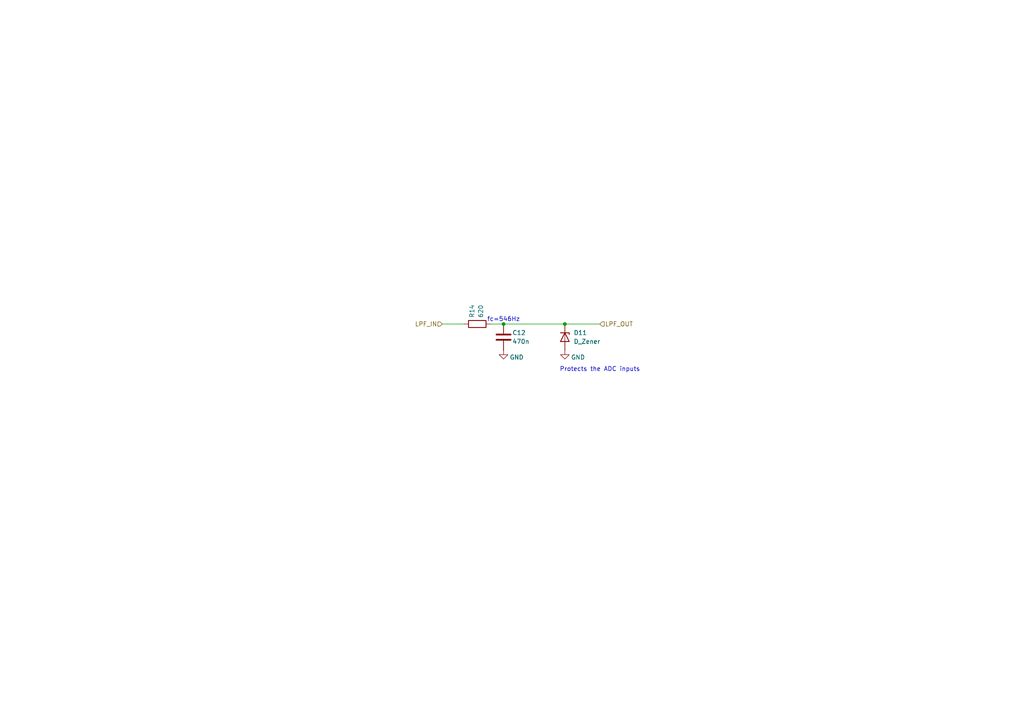
<source format=kicad_sch>
(kicad_sch (version 20231120) (generator "eeschema") (generator_version "8.0")
  (paper "A4")
  (lib_symbols
    (symbol "Device:C" (pin_numbers hide) (pin_names (offset 0.254))
      (property "Reference" "C" (at 0.635 2.54 0))
      (property "Value" "C" (at 0.635 -2.54 0))
      (symbol "C_0_1"
        (polyline (pts (xy -2.032 -0.762) (xy 2.032 -0.762)) (stroke (width 0.508)))
        (polyline (pts (xy -2.032 0.762) (xy 2.032 0.762)) (stroke (width 0.508)))
      )
      (symbol "C_1_1"
        (pin passive line (at 0 3.81 270) (length 2.794) (name "~") (number "1"))
        (pin passive line (at 0 -3.81 90) (length 2.794) (name "~") (number "2"))
      )
    )
    (symbol "Device:D_Zener" (pin_numbers hide) (pin_names (offset 1.016) hide)
      (property "Reference" "D" (at 0 2.54 0))
      (property "Value" "D_Zener" (at 0 -2.54 0))
      (symbol "D_Zener_0_1"
        (polyline (pts (xy 1.27 0) (xy -1.27 0)))
        (polyline (pts (xy -1.27 -1.27) (xy -1.27 1.27) (xy -0.762 1.27)) (stroke (width 0.254)))
        (polyline (pts (xy 1.27 -1.27) (xy 1.27 1.27) (xy -1.27 0) (xy 1.27 -1.27)) (stroke (width 0.254)))
      )
      (symbol "D_Zener_1_1"
        (pin passive line (at -3.81 0 0) (length 2.54) (name "K") (number "1"))
        (pin passive line (at 3.81 0 180) (length 2.54) (name "A") (number "2"))
      )
    )
    (symbol "Device:R" (pin_numbers hide) (pin_names (offset 0))
      (property "Reference" "R" (at 2.032 0 90))
      (property "Value" "R" (at 0 0 90))
      (symbol "R_0_1"
        (rectangle (start -1.016 -2.54) (end 1.016 2.54) (stroke (width 0.254)))
      )
      (symbol "R_1_1"
        (pin passive line (at 0 3.81 270) (length 1.27) (name "~") (number "1"))
        (pin passive line (at 0 -3.81 90) (length 1.27) (name "~") (number "2"))
      )
    )
    (symbol "power:GND" (power) (pin_numbers hide) (pin_names (offset 0) hide)
      (property "Value" "GND" (at 0 -3.81 0))
      (symbol "GND_0_1"
        (polyline (pts (xy 0 0) (xy 0 -1.27) (xy 1.27 -1.27) (xy 0 -2.54) (xy -1.27 -1.27) (xy 0 -1.27)))
      )
      (symbol "GND_1_1"
        (pin power_in line (at 0 0 270) (length 0) (name "~") (number "1"))
      )
    )
  )
  (junction (at 163.83 93.98))
  (junction (at 146.05 93.98))
  (wire (pts (xy 163.83 93.98) (xy 173.99 93.98)))
  (wire (pts (xy 128.27 93.98) (xy 134.62 93.98)))
  (wire (pts (xy 142.24 93.98) (xy 146.05 93.98)))
  (wire (pts (xy 146.05 93.98) (xy 163.83 93.98)))
  (text "fc=546Hz" (at 146.05 92.71 0) (effects (font (size 1.27 1.27))))
  (text "Protects the ADC inputs" (at 173.99 107.188 0) (effects (font (size 1.27 1.27))))
  (hierarchical_label "LPF_IN" (shape input) (at 128.27 93.98 180))
  (hierarchical_label "LPF_OUT" (shape input) (at 173.99 93.98 0))
  (symbol (lib_id "Device:R") (at 138.43 93.98 90) (unit 1)
    (property "Reference" "R14" (at 136.906 92.202 0) (effects (justify left)))
    (property "Value" "620" (at 139.446 92.202 0) (effects (justify left)))
    (property "Footprint" "Resistor_SMD:R_0603_1608Metric" (effects (hide yes)))
    (property "Description" "Resistor" (effects (hide yes)))
    (instances (project "speckle_amp_pcb_rev2" (path "" (reference "R14") (unit 1)) (path "" (reference "R15") (unit 1)) (path "" (reference "R16") (unit 1)) (path "" (reference "R17") (unit 1)) (path "" (reference "R18") (unit 1)) (path "" (reference "R19") (unit 1)) (path "" (reference "R20") (unit 1)) (path "" (reference "R21") (unit 1)) (path "" (reference "R13") (unit 1))))
  )
  (symbol (lib_id "Device:C") (at 146.05 97.79 0) (unit 1)
    (property "Reference" "C12" (at 148.59 96.52 0) (effects (justify left)))
    (property "Value" "470n" (at 148.59 99.06 0) (effects (justify left)))
    (property "Footprint" "Capacitor_SMD:C_0603_1608Metric" (effects (hide yes)))
    (property "Description" "Unpolarized capacitor" (effects (hide yes)))
    (instances (project "speckle_amp_pcb_rev2" (path "" (reference "C12") (unit 1)) (path "" (reference "C13") (unit 1)) (path "" (reference "C14") (unit 1)) (path "" (reference "C15") (unit 1)) (path "" (reference "C16") (unit 1)) (path "" (reference "C17") (unit 1)) (path "" (reference "C18") (unit 1)) (path "" (reference "C19") (unit 1)) (path "" (reference "C11") (unit 1))))
  )
  (symbol (lib_id "power:GND") (at 163.83 101.6 0) (unit 1)
    (property "Reference" "#PWR026" (effects (hide yes)))
    (property "Value" "GND" (at 167.64 103.632 0))
    (property "Description" "Power symbol creates a global label with name \"GND\" , ground" (effects (hide yes)))
    (instances (project "speckle_amp_pcb_rev2" (path "" (reference "#PWR026") (unit 1)) (path "" (reference "#PWR039") (unit 1)) (path "" (reference "#PWR077") (unit 1)) (path "" (reference "#PWR080") (unit 1)) (path "" (reference "#PWR082") (unit 1)) (path "" (reference "#PWR085") (unit 1)) (path "" (reference "#PWR088") (unit 1)) (path "" (reference "#PWR090") (unit 1)) (path "" (reference "#PWR093") (unit 1))))
  )
  (symbol (lib_id "Device:D_Zener") (at 163.83 97.79 270) (unit 1)
    (property "Reference" "D11" (at 166.37 96.5199 90) (effects (justify left)))
    (property "Value" "D_Zener" (at 166.37 99.0599 90) (effects (justify left)))
    (property "Description" "Zener diode" (effects (hide yes)))
    (instances (project "speckle_amp_pcb_rev2" (path "" (reference "D11") (unit 1)) (path "" (reference "D10") (unit 1)) (path "" (reference "D12") (unit 1)) (path "" (reference "D13") (unit 1)) (path "" (reference "D14") (unit 1)) (path "" (reference "D15") (unit 1)) (path "" (reference "D16") (unit 1)) (path "" (reference "D17") (unit 1)) (path "" (reference "D18") (unit 1))))
  )
  (symbol (lib_id "power:GND") (at 146.05 101.6 0) (unit 1)
    (property "Reference" "#PWR015" (effects (hide yes)))
    (property "Value" "GND" (at 149.86 103.632 0))
    (property "Description" "Power symbol creates a global label with name \"GND\" , ground" (effects (hide yes)))
    (instances (project "speckle_amp_pcb_rev2" (path "" (reference "#PWR015") (unit 1)) (path "" (reference "#PWR016") (unit 1)) (path "" (reference "#PWR017") (unit 1)) (path "" (reference "#PWR018") (unit 1)) (path "" (reference "#PWR019") (unit 1)) (path "" (reference "#PWR020") (unit 1)) (path "" (reference "#PWR021") (unit 1)) (path "" (reference "#PWR022") (unit 1)) (path "" (reference "#PWR014") (unit 1))))
  )
)
</source>
